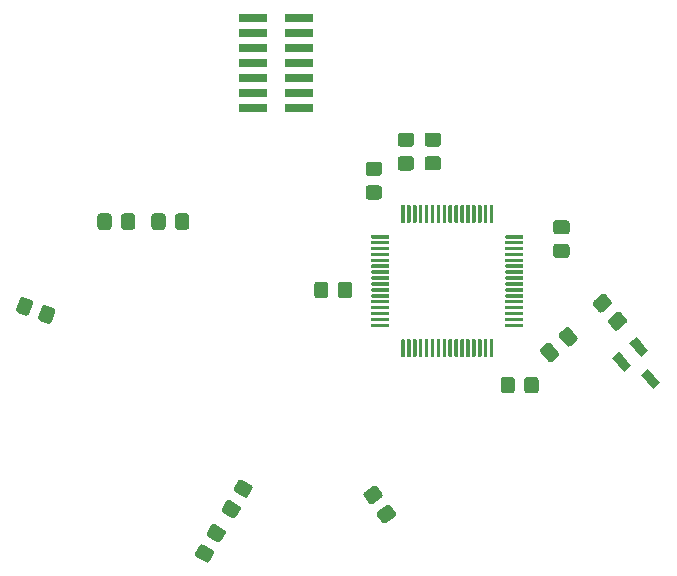
<source format=gbr>
%TF.GenerationSoftware,KiCad,Pcbnew,(5.1.9)-1*%
%TF.CreationDate,2021-12-25T05:37:13+03:00*%
%TF.ProjectId,filadry2,66696c61-6472-4793-922e-6b696361645f,rev?*%
%TF.SameCoordinates,Original*%
%TF.FileFunction,Paste,Top*%
%TF.FilePolarity,Positive*%
%FSLAX46Y46*%
G04 Gerber Fmt 4.6, Leading zero omitted, Abs format (unit mm)*
G04 Created by KiCad (PCBNEW (5.1.9)-1) date 2021-12-25 05:37:13*
%MOMM*%
%LPD*%
G01*
G04 APERTURE LIST*
%ADD10C,0.100000*%
%ADD11R,2.400000X0.740000*%
G04 APERTURE END LIST*
%TO.C,U1*%
G36*
G01*
X72545800Y-58611600D02*
X71145800Y-58611600D01*
G75*
G02*
X71070800Y-58536600I0J75000D01*
G01*
X71070800Y-58386600D01*
G75*
G02*
X71145800Y-58311600I75000J0D01*
G01*
X72545800Y-58311600D01*
G75*
G02*
X72620800Y-58386600I0J-75000D01*
G01*
X72620800Y-58536600D01*
G75*
G02*
X72545800Y-58611600I-75000J0D01*
G01*
G37*
G36*
G01*
X72545800Y-58111600D02*
X71145800Y-58111600D01*
G75*
G02*
X71070800Y-58036600I0J75000D01*
G01*
X71070800Y-57886600D01*
G75*
G02*
X71145800Y-57811600I75000J0D01*
G01*
X72545800Y-57811600D01*
G75*
G02*
X72620800Y-57886600I0J-75000D01*
G01*
X72620800Y-58036600D01*
G75*
G02*
X72545800Y-58111600I-75000J0D01*
G01*
G37*
G36*
G01*
X72545800Y-57611600D02*
X71145800Y-57611600D01*
G75*
G02*
X71070800Y-57536600I0J75000D01*
G01*
X71070800Y-57386600D01*
G75*
G02*
X71145800Y-57311600I75000J0D01*
G01*
X72545800Y-57311600D01*
G75*
G02*
X72620800Y-57386600I0J-75000D01*
G01*
X72620800Y-57536600D01*
G75*
G02*
X72545800Y-57611600I-75000J0D01*
G01*
G37*
G36*
G01*
X72545800Y-57111600D02*
X71145800Y-57111600D01*
G75*
G02*
X71070800Y-57036600I0J75000D01*
G01*
X71070800Y-56886600D01*
G75*
G02*
X71145800Y-56811600I75000J0D01*
G01*
X72545800Y-56811600D01*
G75*
G02*
X72620800Y-56886600I0J-75000D01*
G01*
X72620800Y-57036600D01*
G75*
G02*
X72545800Y-57111600I-75000J0D01*
G01*
G37*
G36*
G01*
X72545800Y-56611600D02*
X71145800Y-56611600D01*
G75*
G02*
X71070800Y-56536600I0J75000D01*
G01*
X71070800Y-56386600D01*
G75*
G02*
X71145800Y-56311600I75000J0D01*
G01*
X72545800Y-56311600D01*
G75*
G02*
X72620800Y-56386600I0J-75000D01*
G01*
X72620800Y-56536600D01*
G75*
G02*
X72545800Y-56611600I-75000J0D01*
G01*
G37*
G36*
G01*
X72545800Y-56111600D02*
X71145800Y-56111600D01*
G75*
G02*
X71070800Y-56036600I0J75000D01*
G01*
X71070800Y-55886600D01*
G75*
G02*
X71145800Y-55811600I75000J0D01*
G01*
X72545800Y-55811600D01*
G75*
G02*
X72620800Y-55886600I0J-75000D01*
G01*
X72620800Y-56036600D01*
G75*
G02*
X72545800Y-56111600I-75000J0D01*
G01*
G37*
G36*
G01*
X72545800Y-55611600D02*
X71145800Y-55611600D01*
G75*
G02*
X71070800Y-55536600I0J75000D01*
G01*
X71070800Y-55386600D01*
G75*
G02*
X71145800Y-55311600I75000J0D01*
G01*
X72545800Y-55311600D01*
G75*
G02*
X72620800Y-55386600I0J-75000D01*
G01*
X72620800Y-55536600D01*
G75*
G02*
X72545800Y-55611600I-75000J0D01*
G01*
G37*
G36*
G01*
X72545800Y-55111600D02*
X71145800Y-55111600D01*
G75*
G02*
X71070800Y-55036600I0J75000D01*
G01*
X71070800Y-54886600D01*
G75*
G02*
X71145800Y-54811600I75000J0D01*
G01*
X72545800Y-54811600D01*
G75*
G02*
X72620800Y-54886600I0J-75000D01*
G01*
X72620800Y-55036600D01*
G75*
G02*
X72545800Y-55111600I-75000J0D01*
G01*
G37*
G36*
G01*
X72545800Y-54611600D02*
X71145800Y-54611600D01*
G75*
G02*
X71070800Y-54536600I0J75000D01*
G01*
X71070800Y-54386600D01*
G75*
G02*
X71145800Y-54311600I75000J0D01*
G01*
X72545800Y-54311600D01*
G75*
G02*
X72620800Y-54386600I0J-75000D01*
G01*
X72620800Y-54536600D01*
G75*
G02*
X72545800Y-54611600I-75000J0D01*
G01*
G37*
G36*
G01*
X72545800Y-54111600D02*
X71145800Y-54111600D01*
G75*
G02*
X71070800Y-54036600I0J75000D01*
G01*
X71070800Y-53886600D01*
G75*
G02*
X71145800Y-53811600I75000J0D01*
G01*
X72545800Y-53811600D01*
G75*
G02*
X72620800Y-53886600I0J-75000D01*
G01*
X72620800Y-54036600D01*
G75*
G02*
X72545800Y-54111600I-75000J0D01*
G01*
G37*
G36*
G01*
X72545800Y-53611600D02*
X71145800Y-53611600D01*
G75*
G02*
X71070800Y-53536600I0J75000D01*
G01*
X71070800Y-53386600D01*
G75*
G02*
X71145800Y-53311600I75000J0D01*
G01*
X72545800Y-53311600D01*
G75*
G02*
X72620800Y-53386600I0J-75000D01*
G01*
X72620800Y-53536600D01*
G75*
G02*
X72545800Y-53611600I-75000J0D01*
G01*
G37*
G36*
G01*
X72545800Y-53111600D02*
X71145800Y-53111600D01*
G75*
G02*
X71070800Y-53036600I0J75000D01*
G01*
X71070800Y-52886600D01*
G75*
G02*
X71145800Y-52811600I75000J0D01*
G01*
X72545800Y-52811600D01*
G75*
G02*
X72620800Y-52886600I0J-75000D01*
G01*
X72620800Y-53036600D01*
G75*
G02*
X72545800Y-53111600I-75000J0D01*
G01*
G37*
G36*
G01*
X72545800Y-52611600D02*
X71145800Y-52611600D01*
G75*
G02*
X71070800Y-52536600I0J75000D01*
G01*
X71070800Y-52386600D01*
G75*
G02*
X71145800Y-52311600I75000J0D01*
G01*
X72545800Y-52311600D01*
G75*
G02*
X72620800Y-52386600I0J-75000D01*
G01*
X72620800Y-52536600D01*
G75*
G02*
X72545800Y-52611600I-75000J0D01*
G01*
G37*
G36*
G01*
X72545800Y-52111600D02*
X71145800Y-52111600D01*
G75*
G02*
X71070800Y-52036600I0J75000D01*
G01*
X71070800Y-51886600D01*
G75*
G02*
X71145800Y-51811600I75000J0D01*
G01*
X72545800Y-51811600D01*
G75*
G02*
X72620800Y-51886600I0J-75000D01*
G01*
X72620800Y-52036600D01*
G75*
G02*
X72545800Y-52111600I-75000J0D01*
G01*
G37*
G36*
G01*
X72545800Y-51611600D02*
X71145800Y-51611600D01*
G75*
G02*
X71070800Y-51536600I0J75000D01*
G01*
X71070800Y-51386600D01*
G75*
G02*
X71145800Y-51311600I75000J0D01*
G01*
X72545800Y-51311600D01*
G75*
G02*
X72620800Y-51386600I0J-75000D01*
G01*
X72620800Y-51536600D01*
G75*
G02*
X72545800Y-51611600I-75000J0D01*
G01*
G37*
G36*
G01*
X72545800Y-51111600D02*
X71145800Y-51111600D01*
G75*
G02*
X71070800Y-51036600I0J75000D01*
G01*
X71070800Y-50886600D01*
G75*
G02*
X71145800Y-50811600I75000J0D01*
G01*
X72545800Y-50811600D01*
G75*
G02*
X72620800Y-50886600I0J-75000D01*
G01*
X72620800Y-51036600D01*
G75*
G02*
X72545800Y-51111600I-75000J0D01*
G01*
G37*
G36*
G01*
X73845800Y-49811600D02*
X73695800Y-49811600D01*
G75*
G02*
X73620800Y-49736600I0J75000D01*
G01*
X73620800Y-48336600D01*
G75*
G02*
X73695800Y-48261600I75000J0D01*
G01*
X73845800Y-48261600D01*
G75*
G02*
X73920800Y-48336600I0J-75000D01*
G01*
X73920800Y-49736600D01*
G75*
G02*
X73845800Y-49811600I-75000J0D01*
G01*
G37*
G36*
G01*
X74345800Y-49811600D02*
X74195800Y-49811600D01*
G75*
G02*
X74120800Y-49736600I0J75000D01*
G01*
X74120800Y-48336600D01*
G75*
G02*
X74195800Y-48261600I75000J0D01*
G01*
X74345800Y-48261600D01*
G75*
G02*
X74420800Y-48336600I0J-75000D01*
G01*
X74420800Y-49736600D01*
G75*
G02*
X74345800Y-49811600I-75000J0D01*
G01*
G37*
G36*
G01*
X74845800Y-49811600D02*
X74695800Y-49811600D01*
G75*
G02*
X74620800Y-49736600I0J75000D01*
G01*
X74620800Y-48336600D01*
G75*
G02*
X74695800Y-48261600I75000J0D01*
G01*
X74845800Y-48261600D01*
G75*
G02*
X74920800Y-48336600I0J-75000D01*
G01*
X74920800Y-49736600D01*
G75*
G02*
X74845800Y-49811600I-75000J0D01*
G01*
G37*
G36*
G01*
X75345800Y-49811600D02*
X75195800Y-49811600D01*
G75*
G02*
X75120800Y-49736600I0J75000D01*
G01*
X75120800Y-48336600D01*
G75*
G02*
X75195800Y-48261600I75000J0D01*
G01*
X75345800Y-48261600D01*
G75*
G02*
X75420800Y-48336600I0J-75000D01*
G01*
X75420800Y-49736600D01*
G75*
G02*
X75345800Y-49811600I-75000J0D01*
G01*
G37*
G36*
G01*
X75845800Y-49811600D02*
X75695800Y-49811600D01*
G75*
G02*
X75620800Y-49736600I0J75000D01*
G01*
X75620800Y-48336600D01*
G75*
G02*
X75695800Y-48261600I75000J0D01*
G01*
X75845800Y-48261600D01*
G75*
G02*
X75920800Y-48336600I0J-75000D01*
G01*
X75920800Y-49736600D01*
G75*
G02*
X75845800Y-49811600I-75000J0D01*
G01*
G37*
G36*
G01*
X76345800Y-49811600D02*
X76195800Y-49811600D01*
G75*
G02*
X76120800Y-49736600I0J75000D01*
G01*
X76120800Y-48336600D01*
G75*
G02*
X76195800Y-48261600I75000J0D01*
G01*
X76345800Y-48261600D01*
G75*
G02*
X76420800Y-48336600I0J-75000D01*
G01*
X76420800Y-49736600D01*
G75*
G02*
X76345800Y-49811600I-75000J0D01*
G01*
G37*
G36*
G01*
X76845800Y-49811600D02*
X76695800Y-49811600D01*
G75*
G02*
X76620800Y-49736600I0J75000D01*
G01*
X76620800Y-48336600D01*
G75*
G02*
X76695800Y-48261600I75000J0D01*
G01*
X76845800Y-48261600D01*
G75*
G02*
X76920800Y-48336600I0J-75000D01*
G01*
X76920800Y-49736600D01*
G75*
G02*
X76845800Y-49811600I-75000J0D01*
G01*
G37*
G36*
G01*
X77345800Y-49811600D02*
X77195800Y-49811600D01*
G75*
G02*
X77120800Y-49736600I0J75000D01*
G01*
X77120800Y-48336600D01*
G75*
G02*
X77195800Y-48261600I75000J0D01*
G01*
X77345800Y-48261600D01*
G75*
G02*
X77420800Y-48336600I0J-75000D01*
G01*
X77420800Y-49736600D01*
G75*
G02*
X77345800Y-49811600I-75000J0D01*
G01*
G37*
G36*
G01*
X77845800Y-49811600D02*
X77695800Y-49811600D01*
G75*
G02*
X77620800Y-49736600I0J75000D01*
G01*
X77620800Y-48336600D01*
G75*
G02*
X77695800Y-48261600I75000J0D01*
G01*
X77845800Y-48261600D01*
G75*
G02*
X77920800Y-48336600I0J-75000D01*
G01*
X77920800Y-49736600D01*
G75*
G02*
X77845800Y-49811600I-75000J0D01*
G01*
G37*
G36*
G01*
X78345800Y-49811600D02*
X78195800Y-49811600D01*
G75*
G02*
X78120800Y-49736600I0J75000D01*
G01*
X78120800Y-48336600D01*
G75*
G02*
X78195800Y-48261600I75000J0D01*
G01*
X78345800Y-48261600D01*
G75*
G02*
X78420800Y-48336600I0J-75000D01*
G01*
X78420800Y-49736600D01*
G75*
G02*
X78345800Y-49811600I-75000J0D01*
G01*
G37*
G36*
G01*
X78845800Y-49811600D02*
X78695800Y-49811600D01*
G75*
G02*
X78620800Y-49736600I0J75000D01*
G01*
X78620800Y-48336600D01*
G75*
G02*
X78695800Y-48261600I75000J0D01*
G01*
X78845800Y-48261600D01*
G75*
G02*
X78920800Y-48336600I0J-75000D01*
G01*
X78920800Y-49736600D01*
G75*
G02*
X78845800Y-49811600I-75000J0D01*
G01*
G37*
G36*
G01*
X79345800Y-49811600D02*
X79195800Y-49811600D01*
G75*
G02*
X79120800Y-49736600I0J75000D01*
G01*
X79120800Y-48336600D01*
G75*
G02*
X79195800Y-48261600I75000J0D01*
G01*
X79345800Y-48261600D01*
G75*
G02*
X79420800Y-48336600I0J-75000D01*
G01*
X79420800Y-49736600D01*
G75*
G02*
X79345800Y-49811600I-75000J0D01*
G01*
G37*
G36*
G01*
X79845800Y-49811600D02*
X79695800Y-49811600D01*
G75*
G02*
X79620800Y-49736600I0J75000D01*
G01*
X79620800Y-48336600D01*
G75*
G02*
X79695800Y-48261600I75000J0D01*
G01*
X79845800Y-48261600D01*
G75*
G02*
X79920800Y-48336600I0J-75000D01*
G01*
X79920800Y-49736600D01*
G75*
G02*
X79845800Y-49811600I-75000J0D01*
G01*
G37*
G36*
G01*
X80345800Y-49811600D02*
X80195800Y-49811600D01*
G75*
G02*
X80120800Y-49736600I0J75000D01*
G01*
X80120800Y-48336600D01*
G75*
G02*
X80195800Y-48261600I75000J0D01*
G01*
X80345800Y-48261600D01*
G75*
G02*
X80420800Y-48336600I0J-75000D01*
G01*
X80420800Y-49736600D01*
G75*
G02*
X80345800Y-49811600I-75000J0D01*
G01*
G37*
G36*
G01*
X80845800Y-49811600D02*
X80695800Y-49811600D01*
G75*
G02*
X80620800Y-49736600I0J75000D01*
G01*
X80620800Y-48336600D01*
G75*
G02*
X80695800Y-48261600I75000J0D01*
G01*
X80845800Y-48261600D01*
G75*
G02*
X80920800Y-48336600I0J-75000D01*
G01*
X80920800Y-49736600D01*
G75*
G02*
X80845800Y-49811600I-75000J0D01*
G01*
G37*
G36*
G01*
X81345800Y-49811600D02*
X81195800Y-49811600D01*
G75*
G02*
X81120800Y-49736600I0J75000D01*
G01*
X81120800Y-48336600D01*
G75*
G02*
X81195800Y-48261600I75000J0D01*
G01*
X81345800Y-48261600D01*
G75*
G02*
X81420800Y-48336600I0J-75000D01*
G01*
X81420800Y-49736600D01*
G75*
G02*
X81345800Y-49811600I-75000J0D01*
G01*
G37*
G36*
G01*
X83895800Y-51111600D02*
X82495800Y-51111600D01*
G75*
G02*
X82420800Y-51036600I0J75000D01*
G01*
X82420800Y-50886600D01*
G75*
G02*
X82495800Y-50811600I75000J0D01*
G01*
X83895800Y-50811600D01*
G75*
G02*
X83970800Y-50886600I0J-75000D01*
G01*
X83970800Y-51036600D01*
G75*
G02*
X83895800Y-51111600I-75000J0D01*
G01*
G37*
G36*
G01*
X83895800Y-51611600D02*
X82495800Y-51611600D01*
G75*
G02*
X82420800Y-51536600I0J75000D01*
G01*
X82420800Y-51386600D01*
G75*
G02*
X82495800Y-51311600I75000J0D01*
G01*
X83895800Y-51311600D01*
G75*
G02*
X83970800Y-51386600I0J-75000D01*
G01*
X83970800Y-51536600D01*
G75*
G02*
X83895800Y-51611600I-75000J0D01*
G01*
G37*
G36*
G01*
X83895800Y-52111600D02*
X82495800Y-52111600D01*
G75*
G02*
X82420800Y-52036600I0J75000D01*
G01*
X82420800Y-51886600D01*
G75*
G02*
X82495800Y-51811600I75000J0D01*
G01*
X83895800Y-51811600D01*
G75*
G02*
X83970800Y-51886600I0J-75000D01*
G01*
X83970800Y-52036600D01*
G75*
G02*
X83895800Y-52111600I-75000J0D01*
G01*
G37*
G36*
G01*
X83895800Y-52611600D02*
X82495800Y-52611600D01*
G75*
G02*
X82420800Y-52536600I0J75000D01*
G01*
X82420800Y-52386600D01*
G75*
G02*
X82495800Y-52311600I75000J0D01*
G01*
X83895800Y-52311600D01*
G75*
G02*
X83970800Y-52386600I0J-75000D01*
G01*
X83970800Y-52536600D01*
G75*
G02*
X83895800Y-52611600I-75000J0D01*
G01*
G37*
G36*
G01*
X83895800Y-53111600D02*
X82495800Y-53111600D01*
G75*
G02*
X82420800Y-53036600I0J75000D01*
G01*
X82420800Y-52886600D01*
G75*
G02*
X82495800Y-52811600I75000J0D01*
G01*
X83895800Y-52811600D01*
G75*
G02*
X83970800Y-52886600I0J-75000D01*
G01*
X83970800Y-53036600D01*
G75*
G02*
X83895800Y-53111600I-75000J0D01*
G01*
G37*
G36*
G01*
X83895800Y-53611600D02*
X82495800Y-53611600D01*
G75*
G02*
X82420800Y-53536600I0J75000D01*
G01*
X82420800Y-53386600D01*
G75*
G02*
X82495800Y-53311600I75000J0D01*
G01*
X83895800Y-53311600D01*
G75*
G02*
X83970800Y-53386600I0J-75000D01*
G01*
X83970800Y-53536600D01*
G75*
G02*
X83895800Y-53611600I-75000J0D01*
G01*
G37*
G36*
G01*
X83895800Y-54111600D02*
X82495800Y-54111600D01*
G75*
G02*
X82420800Y-54036600I0J75000D01*
G01*
X82420800Y-53886600D01*
G75*
G02*
X82495800Y-53811600I75000J0D01*
G01*
X83895800Y-53811600D01*
G75*
G02*
X83970800Y-53886600I0J-75000D01*
G01*
X83970800Y-54036600D01*
G75*
G02*
X83895800Y-54111600I-75000J0D01*
G01*
G37*
G36*
G01*
X83895800Y-54611600D02*
X82495800Y-54611600D01*
G75*
G02*
X82420800Y-54536600I0J75000D01*
G01*
X82420800Y-54386600D01*
G75*
G02*
X82495800Y-54311600I75000J0D01*
G01*
X83895800Y-54311600D01*
G75*
G02*
X83970800Y-54386600I0J-75000D01*
G01*
X83970800Y-54536600D01*
G75*
G02*
X83895800Y-54611600I-75000J0D01*
G01*
G37*
G36*
G01*
X83895800Y-55111600D02*
X82495800Y-55111600D01*
G75*
G02*
X82420800Y-55036600I0J75000D01*
G01*
X82420800Y-54886600D01*
G75*
G02*
X82495800Y-54811600I75000J0D01*
G01*
X83895800Y-54811600D01*
G75*
G02*
X83970800Y-54886600I0J-75000D01*
G01*
X83970800Y-55036600D01*
G75*
G02*
X83895800Y-55111600I-75000J0D01*
G01*
G37*
G36*
G01*
X83895800Y-55611600D02*
X82495800Y-55611600D01*
G75*
G02*
X82420800Y-55536600I0J75000D01*
G01*
X82420800Y-55386600D01*
G75*
G02*
X82495800Y-55311600I75000J0D01*
G01*
X83895800Y-55311600D01*
G75*
G02*
X83970800Y-55386600I0J-75000D01*
G01*
X83970800Y-55536600D01*
G75*
G02*
X83895800Y-55611600I-75000J0D01*
G01*
G37*
G36*
G01*
X83895800Y-56111600D02*
X82495800Y-56111600D01*
G75*
G02*
X82420800Y-56036600I0J75000D01*
G01*
X82420800Y-55886600D01*
G75*
G02*
X82495800Y-55811600I75000J0D01*
G01*
X83895800Y-55811600D01*
G75*
G02*
X83970800Y-55886600I0J-75000D01*
G01*
X83970800Y-56036600D01*
G75*
G02*
X83895800Y-56111600I-75000J0D01*
G01*
G37*
G36*
G01*
X83895800Y-56611600D02*
X82495800Y-56611600D01*
G75*
G02*
X82420800Y-56536600I0J75000D01*
G01*
X82420800Y-56386600D01*
G75*
G02*
X82495800Y-56311600I75000J0D01*
G01*
X83895800Y-56311600D01*
G75*
G02*
X83970800Y-56386600I0J-75000D01*
G01*
X83970800Y-56536600D01*
G75*
G02*
X83895800Y-56611600I-75000J0D01*
G01*
G37*
G36*
G01*
X83895800Y-57111600D02*
X82495800Y-57111600D01*
G75*
G02*
X82420800Y-57036600I0J75000D01*
G01*
X82420800Y-56886600D01*
G75*
G02*
X82495800Y-56811600I75000J0D01*
G01*
X83895800Y-56811600D01*
G75*
G02*
X83970800Y-56886600I0J-75000D01*
G01*
X83970800Y-57036600D01*
G75*
G02*
X83895800Y-57111600I-75000J0D01*
G01*
G37*
G36*
G01*
X83895800Y-57611600D02*
X82495800Y-57611600D01*
G75*
G02*
X82420800Y-57536600I0J75000D01*
G01*
X82420800Y-57386600D01*
G75*
G02*
X82495800Y-57311600I75000J0D01*
G01*
X83895800Y-57311600D01*
G75*
G02*
X83970800Y-57386600I0J-75000D01*
G01*
X83970800Y-57536600D01*
G75*
G02*
X83895800Y-57611600I-75000J0D01*
G01*
G37*
G36*
G01*
X83895800Y-58111600D02*
X82495800Y-58111600D01*
G75*
G02*
X82420800Y-58036600I0J75000D01*
G01*
X82420800Y-57886600D01*
G75*
G02*
X82495800Y-57811600I75000J0D01*
G01*
X83895800Y-57811600D01*
G75*
G02*
X83970800Y-57886600I0J-75000D01*
G01*
X83970800Y-58036600D01*
G75*
G02*
X83895800Y-58111600I-75000J0D01*
G01*
G37*
G36*
G01*
X83895800Y-58611600D02*
X82495800Y-58611600D01*
G75*
G02*
X82420800Y-58536600I0J75000D01*
G01*
X82420800Y-58386600D01*
G75*
G02*
X82495800Y-58311600I75000J0D01*
G01*
X83895800Y-58311600D01*
G75*
G02*
X83970800Y-58386600I0J-75000D01*
G01*
X83970800Y-58536600D01*
G75*
G02*
X83895800Y-58611600I-75000J0D01*
G01*
G37*
G36*
G01*
X81345800Y-61161600D02*
X81195800Y-61161600D01*
G75*
G02*
X81120800Y-61086600I0J75000D01*
G01*
X81120800Y-59686600D01*
G75*
G02*
X81195800Y-59611600I75000J0D01*
G01*
X81345800Y-59611600D01*
G75*
G02*
X81420800Y-59686600I0J-75000D01*
G01*
X81420800Y-61086600D01*
G75*
G02*
X81345800Y-61161600I-75000J0D01*
G01*
G37*
G36*
G01*
X80845800Y-61161600D02*
X80695800Y-61161600D01*
G75*
G02*
X80620800Y-61086600I0J75000D01*
G01*
X80620800Y-59686600D01*
G75*
G02*
X80695800Y-59611600I75000J0D01*
G01*
X80845800Y-59611600D01*
G75*
G02*
X80920800Y-59686600I0J-75000D01*
G01*
X80920800Y-61086600D01*
G75*
G02*
X80845800Y-61161600I-75000J0D01*
G01*
G37*
G36*
G01*
X80345800Y-61161600D02*
X80195800Y-61161600D01*
G75*
G02*
X80120800Y-61086600I0J75000D01*
G01*
X80120800Y-59686600D01*
G75*
G02*
X80195800Y-59611600I75000J0D01*
G01*
X80345800Y-59611600D01*
G75*
G02*
X80420800Y-59686600I0J-75000D01*
G01*
X80420800Y-61086600D01*
G75*
G02*
X80345800Y-61161600I-75000J0D01*
G01*
G37*
G36*
G01*
X79845800Y-61161600D02*
X79695800Y-61161600D01*
G75*
G02*
X79620800Y-61086600I0J75000D01*
G01*
X79620800Y-59686600D01*
G75*
G02*
X79695800Y-59611600I75000J0D01*
G01*
X79845800Y-59611600D01*
G75*
G02*
X79920800Y-59686600I0J-75000D01*
G01*
X79920800Y-61086600D01*
G75*
G02*
X79845800Y-61161600I-75000J0D01*
G01*
G37*
G36*
G01*
X79345800Y-61161600D02*
X79195800Y-61161600D01*
G75*
G02*
X79120800Y-61086600I0J75000D01*
G01*
X79120800Y-59686600D01*
G75*
G02*
X79195800Y-59611600I75000J0D01*
G01*
X79345800Y-59611600D01*
G75*
G02*
X79420800Y-59686600I0J-75000D01*
G01*
X79420800Y-61086600D01*
G75*
G02*
X79345800Y-61161600I-75000J0D01*
G01*
G37*
G36*
G01*
X78845800Y-61161600D02*
X78695800Y-61161600D01*
G75*
G02*
X78620800Y-61086600I0J75000D01*
G01*
X78620800Y-59686600D01*
G75*
G02*
X78695800Y-59611600I75000J0D01*
G01*
X78845800Y-59611600D01*
G75*
G02*
X78920800Y-59686600I0J-75000D01*
G01*
X78920800Y-61086600D01*
G75*
G02*
X78845800Y-61161600I-75000J0D01*
G01*
G37*
G36*
G01*
X78345800Y-61161600D02*
X78195800Y-61161600D01*
G75*
G02*
X78120800Y-61086600I0J75000D01*
G01*
X78120800Y-59686600D01*
G75*
G02*
X78195800Y-59611600I75000J0D01*
G01*
X78345800Y-59611600D01*
G75*
G02*
X78420800Y-59686600I0J-75000D01*
G01*
X78420800Y-61086600D01*
G75*
G02*
X78345800Y-61161600I-75000J0D01*
G01*
G37*
G36*
G01*
X77845800Y-61161600D02*
X77695800Y-61161600D01*
G75*
G02*
X77620800Y-61086600I0J75000D01*
G01*
X77620800Y-59686600D01*
G75*
G02*
X77695800Y-59611600I75000J0D01*
G01*
X77845800Y-59611600D01*
G75*
G02*
X77920800Y-59686600I0J-75000D01*
G01*
X77920800Y-61086600D01*
G75*
G02*
X77845800Y-61161600I-75000J0D01*
G01*
G37*
G36*
G01*
X77345800Y-61161600D02*
X77195800Y-61161600D01*
G75*
G02*
X77120800Y-61086600I0J75000D01*
G01*
X77120800Y-59686600D01*
G75*
G02*
X77195800Y-59611600I75000J0D01*
G01*
X77345800Y-59611600D01*
G75*
G02*
X77420800Y-59686600I0J-75000D01*
G01*
X77420800Y-61086600D01*
G75*
G02*
X77345800Y-61161600I-75000J0D01*
G01*
G37*
G36*
G01*
X76845800Y-61161600D02*
X76695800Y-61161600D01*
G75*
G02*
X76620800Y-61086600I0J75000D01*
G01*
X76620800Y-59686600D01*
G75*
G02*
X76695800Y-59611600I75000J0D01*
G01*
X76845800Y-59611600D01*
G75*
G02*
X76920800Y-59686600I0J-75000D01*
G01*
X76920800Y-61086600D01*
G75*
G02*
X76845800Y-61161600I-75000J0D01*
G01*
G37*
G36*
G01*
X76345800Y-61161600D02*
X76195800Y-61161600D01*
G75*
G02*
X76120800Y-61086600I0J75000D01*
G01*
X76120800Y-59686600D01*
G75*
G02*
X76195800Y-59611600I75000J0D01*
G01*
X76345800Y-59611600D01*
G75*
G02*
X76420800Y-59686600I0J-75000D01*
G01*
X76420800Y-61086600D01*
G75*
G02*
X76345800Y-61161600I-75000J0D01*
G01*
G37*
G36*
G01*
X75845800Y-61161600D02*
X75695800Y-61161600D01*
G75*
G02*
X75620800Y-61086600I0J75000D01*
G01*
X75620800Y-59686600D01*
G75*
G02*
X75695800Y-59611600I75000J0D01*
G01*
X75845800Y-59611600D01*
G75*
G02*
X75920800Y-59686600I0J-75000D01*
G01*
X75920800Y-61086600D01*
G75*
G02*
X75845800Y-61161600I-75000J0D01*
G01*
G37*
G36*
G01*
X75345800Y-61161600D02*
X75195800Y-61161600D01*
G75*
G02*
X75120800Y-61086600I0J75000D01*
G01*
X75120800Y-59686600D01*
G75*
G02*
X75195800Y-59611600I75000J0D01*
G01*
X75345800Y-59611600D01*
G75*
G02*
X75420800Y-59686600I0J-75000D01*
G01*
X75420800Y-61086600D01*
G75*
G02*
X75345800Y-61161600I-75000J0D01*
G01*
G37*
G36*
G01*
X74845800Y-61161600D02*
X74695800Y-61161600D01*
G75*
G02*
X74620800Y-61086600I0J75000D01*
G01*
X74620800Y-59686600D01*
G75*
G02*
X74695800Y-59611600I75000J0D01*
G01*
X74845800Y-59611600D01*
G75*
G02*
X74920800Y-59686600I0J-75000D01*
G01*
X74920800Y-61086600D01*
G75*
G02*
X74845800Y-61161600I-75000J0D01*
G01*
G37*
G36*
G01*
X74345800Y-61161600D02*
X74195800Y-61161600D01*
G75*
G02*
X74120800Y-61086600I0J75000D01*
G01*
X74120800Y-59686600D01*
G75*
G02*
X74195800Y-59611600I75000J0D01*
G01*
X74345800Y-59611600D01*
G75*
G02*
X74420800Y-59686600I0J-75000D01*
G01*
X74420800Y-61086600D01*
G75*
G02*
X74345800Y-61161600I-75000J0D01*
G01*
G37*
G36*
G01*
X73845800Y-61161600D02*
X73695800Y-61161600D01*
G75*
G02*
X73620800Y-61086600I0J75000D01*
G01*
X73620800Y-59686600D01*
G75*
G02*
X73695800Y-59611600I75000J0D01*
G01*
X73845800Y-59611600D01*
G75*
G02*
X73920800Y-59686600I0J-75000D01*
G01*
X73920800Y-61086600D01*
G75*
G02*
X73845800Y-61161600I-75000J0D01*
G01*
G37*
%TD*%
%TO.C,R20*%
G36*
G01*
X71747801Y-45818600D02*
X70847799Y-45818600D01*
G75*
G02*
X70597800Y-45568601I0J249999D01*
G01*
X70597800Y-44868599D01*
G75*
G02*
X70847799Y-44618600I249999J0D01*
G01*
X71747801Y-44618600D01*
G75*
G02*
X71997800Y-44868599I0J-249999D01*
G01*
X71997800Y-45568601D01*
G75*
G02*
X71747801Y-45818600I-249999J0D01*
G01*
G37*
G36*
G01*
X71747801Y-47818600D02*
X70847799Y-47818600D01*
G75*
G02*
X70597800Y-47568601I0J249999D01*
G01*
X70597800Y-46868599D01*
G75*
G02*
X70847799Y-46618600I249999J0D01*
G01*
X71747801Y-46618600D01*
G75*
G02*
X71997800Y-46868599I0J-249999D01*
G01*
X71997800Y-47568601D01*
G75*
G02*
X71747801Y-47818600I-249999J0D01*
G01*
G37*
%TD*%
%TO.C,R19*%
G36*
G01*
X74459947Y-43355319D02*
X73559945Y-43355319D01*
G75*
G02*
X73309946Y-43105320I0J249999D01*
G01*
X73309946Y-42405318D01*
G75*
G02*
X73559945Y-42155319I249999J0D01*
G01*
X74459947Y-42155319D01*
G75*
G02*
X74709946Y-42405318I0J-249999D01*
G01*
X74709946Y-43105320D01*
G75*
G02*
X74459947Y-43355319I-249999J0D01*
G01*
G37*
G36*
G01*
X74459947Y-45355319D02*
X73559945Y-45355319D01*
G75*
G02*
X73309946Y-45105320I0J249999D01*
G01*
X73309946Y-44405318D01*
G75*
G02*
X73559945Y-44155319I249999J0D01*
G01*
X74459947Y-44155319D01*
G75*
G02*
X74709946Y-44405318I0J-249999D01*
G01*
X74709946Y-45105320D01*
G75*
G02*
X74459947Y-45355319I-249999J0D01*
G01*
G37*
%TD*%
%TO.C,R18*%
G36*
G01*
X76745948Y-43345840D02*
X75845946Y-43345840D01*
G75*
G02*
X75595947Y-43095841I0J249999D01*
G01*
X75595947Y-42395839D01*
G75*
G02*
X75845946Y-42145840I249999J0D01*
G01*
X76745948Y-42145840D01*
G75*
G02*
X76995947Y-42395839I0J-249999D01*
G01*
X76995947Y-43095841D01*
G75*
G02*
X76745948Y-43345840I-249999J0D01*
G01*
G37*
G36*
G01*
X76745948Y-45345840D02*
X75845946Y-45345840D01*
G75*
G02*
X75595947Y-45095841I0J249999D01*
G01*
X75595947Y-44395839D01*
G75*
G02*
X75845946Y-44145840I249999J0D01*
G01*
X76745948Y-44145840D01*
G75*
G02*
X76995947Y-44395839I0J-249999D01*
G01*
X76995947Y-45095841D01*
G75*
G02*
X76745948Y-45345840I-249999J0D01*
G01*
G37*
%TD*%
%TO.C,R17*%
G36*
G01*
X58052512Y-76792215D02*
X57273086Y-76342214D01*
G75*
G02*
X57181581Y-76000710I125000J216505D01*
G01*
X57531582Y-75394491D01*
G75*
G02*
X57873087Y-75302985I216505J-124999D01*
G01*
X58652512Y-75752986D01*
G75*
G02*
X58744017Y-76094490I-125000J-216505D01*
G01*
X58394016Y-76700709D01*
G75*
G02*
X58052512Y-76792215I-216505J124999D01*
G01*
G37*
G36*
G01*
X57052512Y-78524265D02*
X56273086Y-78074264D01*
G75*
G02*
X56181581Y-77732760I125000J216505D01*
G01*
X56531582Y-77126541D01*
G75*
G02*
X56873087Y-77035035I216505J-124999D01*
G01*
X57652512Y-77485036D01*
G75*
G02*
X57744017Y-77826540I-125000J-216505D01*
G01*
X57394016Y-78432759D01*
G75*
G02*
X57052512Y-78524265I-216505J124999D01*
G01*
G37*
%TD*%
%TO.C,R16*%
G36*
G01*
X49895200Y-50132401D02*
X49895200Y-49232399D01*
G75*
G02*
X50145199Y-48982400I249999J0D01*
G01*
X50845201Y-48982400D01*
G75*
G02*
X51095200Y-49232399I0J-249999D01*
G01*
X51095200Y-50132401D01*
G75*
G02*
X50845201Y-50382400I-249999J0D01*
G01*
X50145199Y-50382400D01*
G75*
G02*
X49895200Y-50132401I0J249999D01*
G01*
G37*
G36*
G01*
X47895200Y-50132401D02*
X47895200Y-49232399D01*
G75*
G02*
X48145199Y-48982400I249999J0D01*
G01*
X48845201Y-48982400D01*
G75*
G02*
X49095200Y-49232399I0J-249999D01*
G01*
X49095200Y-50132401D01*
G75*
G02*
X48845201Y-50382400I-249999J0D01*
G01*
X48145199Y-50382400D01*
G75*
G02*
X47895200Y-50132401I0J249999D01*
G01*
G37*
%TD*%
%TO.C,R14*%
G36*
G01*
X42893968Y-57760470D02*
X43201787Y-56914745D01*
G75*
G02*
X43522214Y-56765328I234922J-85505D01*
G01*
X44180001Y-57004743D01*
G75*
G02*
X44329418Y-57325170I-85505J-234922D01*
G01*
X44021599Y-58170895D01*
G75*
G02*
X43701172Y-58320312I-234922J85505D01*
G01*
X43043385Y-58080897D01*
G75*
G02*
X42893968Y-57760470I85505J234922D01*
G01*
G37*
G36*
G01*
X41014582Y-57076430D02*
X41322401Y-56230705D01*
G75*
G02*
X41642828Y-56081288I234922J-85505D01*
G01*
X42300615Y-56320703D01*
G75*
G02*
X42450032Y-56641130I-85505J-234922D01*
G01*
X42142213Y-57486855D01*
G75*
G02*
X41821786Y-57636272I-234922J85505D01*
G01*
X41163999Y-57396857D01*
G75*
G02*
X41014582Y-57076430I85505J234922D01*
G01*
G37*
%TD*%
%TO.C,R11*%
G36*
G01*
X60322514Y-73028165D02*
X59543088Y-72578164D01*
G75*
G02*
X59451583Y-72236660I125000J216505D01*
G01*
X59801584Y-71630441D01*
G75*
G02*
X60143089Y-71538935I216505J-124999D01*
G01*
X60922514Y-71988936D01*
G75*
G02*
X61014019Y-72330440I-125000J-216505D01*
G01*
X60664018Y-72936659D01*
G75*
G02*
X60322514Y-73028165I-216505J124999D01*
G01*
G37*
G36*
G01*
X59322514Y-74760215D02*
X58543088Y-74310214D01*
G75*
G02*
X58451583Y-73968710I125000J216505D01*
G01*
X58801584Y-73362491D01*
G75*
G02*
X59143089Y-73270985I216505J-124999D01*
G01*
X59922514Y-73720986D01*
G75*
G02*
X60014019Y-74062490I-125000J-216505D01*
G01*
X59664018Y-74668709D01*
G75*
G02*
X59322514Y-74760215I-216505J124999D01*
G01*
G37*
%TD*%
%TO.C,R10*%
G36*
G01*
X54467200Y-50132401D02*
X54467200Y-49232399D01*
G75*
G02*
X54717199Y-48982400I249999J0D01*
G01*
X55417201Y-48982400D01*
G75*
G02*
X55667200Y-49232399I0J-249999D01*
G01*
X55667200Y-50132401D01*
G75*
G02*
X55417201Y-50382400I-249999J0D01*
G01*
X54717199Y-50382400D01*
G75*
G02*
X54467200Y-50132401I0J249999D01*
G01*
G37*
G36*
G01*
X52467200Y-50132401D02*
X52467200Y-49232399D01*
G75*
G02*
X52717199Y-48982400I249999J0D01*
G01*
X53417201Y-48982400D01*
G75*
G02*
X53667200Y-49232399I0J-249999D01*
G01*
X53667200Y-50132401D01*
G75*
G02*
X53417201Y-50382400I-249999J0D01*
G01*
X52717199Y-50382400D01*
G75*
G02*
X52467200Y-50132401I0J249999D01*
G01*
G37*
%TD*%
%TO.C,R8*%
G36*
G01*
X71666610Y-74220371D02*
X72403849Y-73704151D01*
G75*
G02*
X72752030Y-73765544I143394J-204787D01*
G01*
X73153535Y-74338952D01*
G75*
G02*
X73092142Y-74687133I-204787J-143394D01*
G01*
X72354903Y-75203353D01*
G75*
G02*
X72006722Y-75141960I-143394J204787D01*
G01*
X71605217Y-74568552D01*
G75*
G02*
X71666610Y-74220371I204787J143394D01*
G01*
G37*
G36*
G01*
X70519458Y-72582067D02*
X71256697Y-72065847D01*
G75*
G02*
X71604878Y-72127240I143394J-204787D01*
G01*
X72006383Y-72700648D01*
G75*
G02*
X71944990Y-73048829I-204787J-143394D01*
G01*
X71207751Y-73565049D01*
G75*
G02*
X70859570Y-73503656I-143394J204787D01*
G01*
X70458065Y-72930248D01*
G75*
G02*
X70519458Y-72582067I204787J143394D01*
G01*
G37*
%TD*%
%TO.C,R7*%
G36*
G01*
X68252799Y-55923602D02*
X68252799Y-55023600D01*
G75*
G02*
X68502798Y-54773601I249999J0D01*
G01*
X69202800Y-54773601D01*
G75*
G02*
X69452799Y-55023600I0J-249999D01*
G01*
X69452799Y-55923602D01*
G75*
G02*
X69202800Y-56173601I-249999J0D01*
G01*
X68502798Y-56173601D01*
G75*
G02*
X68252799Y-55923602I0J249999D01*
G01*
G37*
G36*
G01*
X66252799Y-55923602D02*
X66252799Y-55023600D01*
G75*
G02*
X66502798Y-54773601I249999J0D01*
G01*
X67202800Y-54773601D01*
G75*
G02*
X67452799Y-55023600I0J-249999D01*
G01*
X67452799Y-55923602D01*
G75*
G02*
X67202800Y-56173601I-249999J0D01*
G01*
X66502798Y-56173601D01*
G75*
G02*
X66252799Y-55923602I0J249999D01*
G01*
G37*
%TD*%
%TO.C,R6*%
G36*
G01*
X87622801Y-50755600D02*
X86722799Y-50755600D01*
G75*
G02*
X86472800Y-50505601I0J249999D01*
G01*
X86472800Y-49805599D01*
G75*
G02*
X86722799Y-49555600I249999J0D01*
G01*
X87622801Y-49555600D01*
G75*
G02*
X87872800Y-49805599I0J-249999D01*
G01*
X87872800Y-50505601D01*
G75*
G02*
X87622801Y-50755600I-249999J0D01*
G01*
G37*
G36*
G01*
X87622801Y-52755600D02*
X86722799Y-52755600D01*
G75*
G02*
X86472800Y-52505601I0J249999D01*
G01*
X86472800Y-51805599D01*
G75*
G02*
X86722799Y-51555600I249999J0D01*
G01*
X87622801Y-51555600D01*
G75*
G02*
X87872800Y-51805599I0J-249999D01*
G01*
X87872800Y-52505601D01*
G75*
G02*
X87622801Y-52755600I-249999J0D01*
G01*
G37*
%TD*%
%TO.C,R2*%
G36*
G01*
X84042646Y-63981675D02*
X84042646Y-63081673D01*
G75*
G02*
X84292645Y-62831674I249999J0D01*
G01*
X84992647Y-62831674D01*
G75*
G02*
X85242646Y-63081673I0J-249999D01*
G01*
X85242646Y-63981675D01*
G75*
G02*
X84992647Y-64231674I-249999J0D01*
G01*
X84292645Y-64231674D01*
G75*
G02*
X84042646Y-63981675I0J249999D01*
G01*
G37*
G36*
G01*
X82042646Y-63981675D02*
X82042646Y-63081673D01*
G75*
G02*
X82292645Y-62831674I249999J0D01*
G01*
X82992647Y-62831674D01*
G75*
G02*
X83242646Y-63081673I0J-249999D01*
G01*
X83242646Y-63981675D01*
G75*
G02*
X82992647Y-64231674I-249999J0D01*
G01*
X82292645Y-64231674D01*
G75*
G02*
X82042646Y-63981675I0J249999D01*
G01*
G37*
%TD*%
%TO.C,R1*%
G36*
G01*
X91375205Y-56757527D02*
X90685764Y-57336037D01*
G75*
G02*
X90333558Y-57305223I-160696J191510D01*
G01*
X89883605Y-56768991D01*
G75*
G02*
X89914419Y-56416785I191510J160696D01*
G01*
X90603860Y-55838275D01*
G75*
G02*
X90956066Y-55869089I160696J-191510D01*
G01*
X91406019Y-56405321D01*
G75*
G02*
X91375205Y-56757527I-191510J-160696D01*
G01*
G37*
G36*
G01*
X92660781Y-58289615D02*
X91971340Y-58868125D01*
G75*
G02*
X91619134Y-58837311I-160696J191510D01*
G01*
X91169181Y-58301079D01*
G75*
G02*
X91199995Y-57948873I191510J160696D01*
G01*
X91889436Y-57370363D01*
G75*
G02*
X92241642Y-57401177I160696J-191510D01*
G01*
X92691595Y-57937409D01*
G75*
G02*
X92660781Y-58289615I-191510J-160696D01*
G01*
G37*
%TD*%
D10*
%TO.C,Q1*%
G36*
X92930587Y-59965392D02*
G01*
X93543422Y-59451162D01*
X94546171Y-60646192D01*
X93933336Y-61160422D01*
X92930587Y-59965392D01*
G37*
G36*
X91475103Y-61186688D02*
G01*
X92087938Y-60672458D01*
X93090687Y-61867488D01*
X92477852Y-62381718D01*
X91475103Y-61186688D01*
G37*
G36*
X93938371Y-62644360D02*
G01*
X94551206Y-62130130D01*
X95553955Y-63325160D01*
X94941120Y-63839390D01*
X93938371Y-62644360D01*
G37*
%TD*%
D11*
%TO.C,J5*%
X64942000Y-40081200D03*
X61042000Y-40081200D03*
X64942000Y-38811200D03*
X61042000Y-38811200D03*
X64942000Y-37541200D03*
X61042000Y-37541200D03*
X64942000Y-36271200D03*
X61042000Y-36271200D03*
X64942000Y-35001200D03*
X61042000Y-35001200D03*
X64942000Y-33731200D03*
X61042000Y-33731200D03*
X64942000Y-32461200D03*
X61042000Y-32461200D03*
%TD*%
%TO.C,C7*%
G36*
G01*
X87619644Y-60171017D02*
X87008996Y-59443275D01*
G75*
G02*
X87039810Y-59091067I191511J160697D01*
G01*
X87556890Y-58657185D01*
G75*
G02*
X87909098Y-58687999I160697J-191511D01*
G01*
X88519746Y-59415741D01*
G75*
G02*
X88488932Y-59767949I-191511J-160697D01*
G01*
X87971852Y-60201831D01*
G75*
G02*
X87619644Y-60171017I-160697J191511D01*
G01*
G37*
G36*
G01*
X86030102Y-61504801D02*
X85419454Y-60777059D01*
G75*
G02*
X85450268Y-60424851I191511J160697D01*
G01*
X85967348Y-59990969D01*
G75*
G02*
X86319556Y-60021783I160697J-191511D01*
G01*
X86930204Y-60749525D01*
G75*
G02*
X86899390Y-61101733I-191511J-160697D01*
G01*
X86382310Y-61535615D01*
G75*
G02*
X86030102Y-61504801I-160697J191511D01*
G01*
G37*
%TD*%
M02*

</source>
